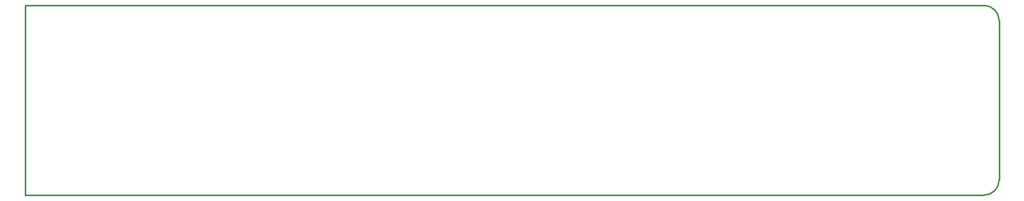
<source format=gko>
G04 Layer: BoardOutline*
G04 EasyEDA v6.4.19.5, 2021-06-29T13:46:12+12:00*
G04 3cc3b40c68de4bce97ec9925422c83c7,12af84a47dbc45c89479b689871b34a7,10*
G04 Gerber Generator version 0.2*
G04 Scale: 100 percent, Rotated: No, Reflected: No *
G04 Dimensions in millimeters *
G04 leading zeros omitted , absolute positions ,4 integer and 5 decimal *
%FSLAX45Y45*%
%MOMM*%

%ADD10C,0.2540*%
D10*
X15099474Y-2997200D02*
G01*
X0Y-2997200D01*
X0Y0D02*
G01*
X15099474Y0D01*
X-1028Y-3987D02*
G01*
X-1028Y-3001187D01*
X15339174Y-239699D02*
G01*
X15339174Y-2757500D01*
X3675065Y0D02*
G01*
X3680574Y0D01*
G75*
G01*
X15099475Y0D02*
G02*
X15339174Y-239700I0J-239700D01*
G75*
G01*
X15099475Y-2997200D02*
G03*
X15339174Y-2757500I0J239700D01*

%LPD*%
M02*

</source>
